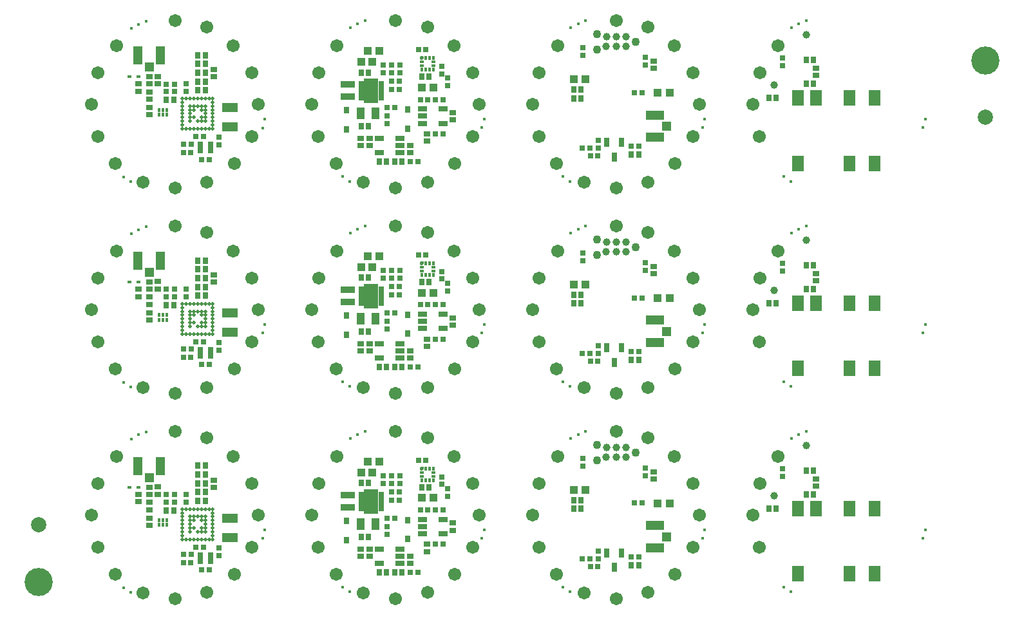
<source format=gbs>
G04*
G04 #@! TF.GenerationSoftware,Altium Limited,Altium Designer,19.0.15 (446)*
G04*
G04 Layer_Color=16711935*
%FSAX25Y25*%
%MOIN*%
G70*
G01*
G75*
%ADD28C,0.14567*%
%ADD70C,0.07874*%
%ADD71R,0.04737X0.04737*%
%ADD72R,0.09461X0.04934*%
%ADD73R,0.03320X0.03162*%
%ADD78R,0.03162X0.03320*%
%ADD80C,0.01784*%
%ADD81C,0.03950*%
%ADD82C,0.06706*%
%ADD83C,0.04343*%
%ADD84R,0.03162X0.02769*%
%ADD85R,0.03241X0.03044*%
%ADD86R,0.03044X0.03241*%
%ADD87R,0.05918X0.07887*%
%ADD88R,0.03950X0.03950*%
%ADD89R,0.02769X0.03162*%
%ADD90R,0.02690X0.04540*%
%ADD91C,0.03910*%
%ADD92R,0.02572X0.03556*%
%ADD93R,0.01883X0.01784*%
%ADD94R,0.01784X0.01883*%
%ADD95R,0.01194X0.01194*%
%ADD96R,0.04540X0.02690*%
%ADD97R,0.02769X0.01981*%
%ADD98R,0.07690X0.13005*%
%ADD99R,0.07493X0.03556*%
%ADD100R,0.04343X0.05918*%
%ADD101R,0.02217X0.01784*%
%ADD102R,0.04737X0.04737*%
%ADD103R,0.04934X0.09461*%
%ADD104R,0.01587X0.01981*%
%ADD105R,0.02572X0.01981*%
%ADD106C,0.01863*%
%ADD107R,0.08280X0.05131*%
G36*
X0968679Y0565429D02*
X0968704Y0565427D01*
X0968704Y0565427D01*
X0968704D01*
X0968730Y0565422D01*
X0968756Y0565417D01*
X0968756Y0565417D01*
X0968756Y0565417D01*
X0968774Y0565411D01*
X0968805Y0565400D01*
X0968805Y0565400D01*
X0968805Y0565400D01*
X0968827Y0565390D01*
X0968852Y0565377D01*
X0968852Y0565377D01*
X0968852Y0565377D01*
X0968870Y0565365D01*
X0968896Y0565348D01*
X0968896Y0565348D01*
X0968896Y0565348D01*
X0968908Y0565338D01*
X0968935Y0565313D01*
X0968935Y0565313D01*
X0968935Y0565313D01*
X0968960Y0565286D01*
X0968970Y0565274D01*
X0968970Y0565274D01*
X0968970Y0565274D01*
X0968987Y0565248D01*
X0968999Y0565231D01*
X0968999Y0565231D01*
X0968999Y0565230D01*
X0969012Y0565205D01*
X0969022Y0565183D01*
X0969022Y0565183D01*
X0969022Y0565183D01*
X0969033Y0565153D01*
X0969039Y0565134D01*
X0969039Y0565134D01*
X0969039Y0565134D01*
X0969044Y0565108D01*
X0969049Y0565082D01*
Y0565082D01*
X0969049Y0565082D01*
X0969051Y0565058D01*
X0969053Y0565030D01*
X0969053Y0564292D01*
Y0564292D01*
Y0564292D01*
X0969051Y0564265D01*
X0969050Y0564240D01*
X0969050Y0564240D01*
Y0564240D01*
X0969045Y0564214D01*
X0969039Y0564188D01*
X0969039Y0564188D01*
X0969039Y0564188D01*
X0969030Y0564160D01*
X0969022Y0564139D01*
X0969022Y0564139D01*
X0969022Y0564139D01*
X0969008Y0564109D01*
X0968999Y0564092D01*
X0968999Y0564092D01*
X0968999Y0564091D01*
X0968987Y0564074D01*
X0968970Y0564048D01*
X0968970Y0564048D01*
X0968970Y0564048D01*
X0968960Y0564036D01*
X0968936Y0564009D01*
X0968936Y0564009D01*
X0968936Y0564009D01*
X0968591Y0563664D01*
X0968591Y0563664D01*
X0968591Y0563664D01*
X0968552Y0563629D01*
X0968523Y0563610D01*
X0968508Y0563600D01*
X0968508Y0563600D01*
D01*
X0968507Y0563599D01*
X0968461Y0563577D01*
X0968458Y0563576D01*
X0968411Y0563560D01*
X0968380Y0563554D01*
X0968360Y0563550D01*
X0968307Y0563546D01*
X0968307D01*
X0968307D01*
X0967668Y0563547D01*
X0967615Y0563550D01*
X0967595Y0563554D01*
X0967564Y0563560D01*
X0967514Y0563577D01*
X0967467Y0563600D01*
D01*
X0967467Y0563600D01*
X0967453Y0563610D01*
X0967424Y0563629D01*
X0967384Y0563664D01*
X0967384Y0563664D01*
X0967384Y0563664D01*
X0967350Y0563703D01*
X0967330Y0563732D01*
X0967321Y0563747D01*
X0967321Y0563747D01*
D01*
X0967297Y0563794D01*
X0967281Y0563844D01*
X0967274Y0563875D01*
X0967270Y0563895D01*
X0967267Y0563947D01*
Y0565030D01*
X0967270Y0565082D01*
X0967281Y0565134D01*
X0967297Y0565183D01*
X0967321Y0565230D01*
X0967350Y0565274D01*
X0967384Y0565313D01*
X0967424Y0565348D01*
X0967467Y0565377D01*
X0967514Y0565400D01*
X0967564Y0565417D01*
X0967616Y0565427D01*
X0967668Y0565431D01*
X0968652D01*
X0968679Y0565429D01*
D02*
G37*
G36*
Y0459130D02*
X0968704Y0459128D01*
X0968704Y0459128D01*
X0968704D01*
X0968730Y0459123D01*
X0968756Y0459118D01*
X0968756Y0459118D01*
X0968756Y0459118D01*
X0968774Y0459112D01*
X0968805Y0459101D01*
X0968805Y0459101D01*
X0968805Y0459101D01*
X0968827Y0459091D01*
X0968852Y0459078D01*
X0968852Y0459078D01*
X0968852Y0459078D01*
X0968870Y0459066D01*
X0968896Y0459049D01*
X0968896Y0459049D01*
X0968896Y0459049D01*
X0968908Y0459038D01*
X0968935Y0459014D01*
X0968935Y0459014D01*
X0968935Y0459014D01*
X0968960Y0458987D01*
X0968970Y0458975D01*
X0968970Y0458975D01*
X0968970Y0458975D01*
X0968987Y0458949D01*
X0968999Y0458931D01*
X0968999Y0458931D01*
X0968999Y0458931D01*
X0969012Y0458906D01*
X0969022Y0458884D01*
X0969022Y0458884D01*
X0969022Y0458884D01*
X0969033Y0458853D01*
X0969039Y0458835D01*
X0969039Y0458835D01*
X0969039Y0458835D01*
X0969044Y0458809D01*
X0969049Y0458783D01*
Y0458783D01*
X0969049Y0458783D01*
X0969051Y0458758D01*
X0969053Y0458731D01*
X0969053Y0457993D01*
Y0457993D01*
Y0457993D01*
X0969051Y0457965D01*
X0969050Y0457940D01*
X0969050Y0457940D01*
Y0457940D01*
X0969045Y0457915D01*
X0969039Y0457889D01*
X0969039Y0457889D01*
X0969039Y0457889D01*
X0969030Y0457861D01*
X0969022Y0457839D01*
X0969022Y0457839D01*
X0969022Y0457839D01*
X0969008Y0457810D01*
X0968999Y0457792D01*
X0968999Y0457792D01*
X0968999Y0457792D01*
X0968987Y0457775D01*
X0968970Y0457749D01*
X0968970Y0457749D01*
X0968970Y0457749D01*
X0968960Y0457737D01*
X0968936Y0457709D01*
X0968936Y0457709D01*
X0968936Y0457709D01*
X0968591Y0457365D01*
X0968591Y0457365D01*
X0968591Y0457365D01*
X0968552Y0457330D01*
X0968523Y0457311D01*
X0968508Y0457301D01*
X0968508Y0457301D01*
D01*
X0968507Y0457300D01*
X0968461Y0457278D01*
X0968458Y0457277D01*
X0968411Y0457261D01*
X0968380Y0457255D01*
X0968360Y0457251D01*
X0968307Y0457247D01*
X0968307D01*
X0968307D01*
X0967668Y0457247D01*
X0967615Y0457251D01*
X0967595Y0457255D01*
X0967564Y0457261D01*
X0967514Y0457278D01*
X0967467Y0457301D01*
D01*
X0967467Y0457301D01*
X0967453Y0457311D01*
X0967424Y0457330D01*
X0967384Y0457365D01*
X0967384Y0457365D01*
X0967384Y0457365D01*
X0967350Y0457404D01*
X0967330Y0457433D01*
X0967321Y0457448D01*
X0967321Y0457448D01*
D01*
X0967297Y0457495D01*
X0967281Y0457544D01*
X0967274Y0457575D01*
X0967270Y0457596D01*
X0967267Y0457648D01*
Y0458731D01*
X0967270Y0458783D01*
X0967281Y0458835D01*
X0967297Y0458884D01*
X0967321Y0458931D01*
X0967350Y0458975D01*
X0967384Y0459014D01*
X0967424Y0459049D01*
X0967467Y0459078D01*
X0967514Y0459101D01*
X0967564Y0459118D01*
X0967616Y0459128D01*
X0967668Y0459132D01*
X0968652D01*
X0968679Y0459130D01*
D02*
G37*
G36*
Y0352831D02*
X0968704Y0352829D01*
X0968704Y0352829D01*
X0968704D01*
X0968730Y0352824D01*
X0968756Y0352819D01*
X0968756Y0352819D01*
X0968756Y0352819D01*
X0968774Y0352812D01*
X0968805Y0352802D01*
X0968805Y0352802D01*
X0968805Y0352802D01*
X0968827Y0352791D01*
X0968852Y0352779D01*
X0968852Y0352779D01*
X0968852Y0352779D01*
X0968870Y0352767D01*
X0968896Y0352750D01*
X0968896Y0352750D01*
X0968896Y0352750D01*
X0968908Y0352739D01*
X0968935Y0352715D01*
X0968935Y0352715D01*
X0968935Y0352715D01*
X0968960Y0352687D01*
X0968970Y0352676D01*
X0968970Y0352676D01*
X0968970Y0352676D01*
X0968987Y0352650D01*
X0968999Y0352632D01*
X0968999Y0352632D01*
X0968999Y0352632D01*
X0969012Y0352606D01*
X0969022Y0352585D01*
X0969022Y0352585D01*
X0969022Y0352585D01*
X0969033Y0352554D01*
X0969039Y0352535D01*
X0969039Y0352535D01*
X0969039Y0352535D01*
X0969044Y0352509D01*
X0969049Y0352484D01*
Y0352484D01*
X0969049Y0352484D01*
X0969051Y0352459D01*
X0969053Y0352432D01*
X0969053Y0351694D01*
Y0351694D01*
Y0351694D01*
X0969051Y0351666D01*
X0969050Y0351641D01*
X0969050Y0351641D01*
Y0351641D01*
X0969045Y0351616D01*
X0969039Y0351590D01*
X0969039Y0351590D01*
X0969039Y0351590D01*
X0969030Y0351562D01*
X0969022Y0351540D01*
X0969022Y0351540D01*
X0969022Y0351540D01*
X0969008Y0351510D01*
X0968999Y0351493D01*
X0968999Y0351493D01*
X0968999Y0351493D01*
X0968987Y0351476D01*
X0968970Y0351449D01*
X0968970Y0351449D01*
X0968970Y0351449D01*
X0968960Y0351438D01*
X0968936Y0351410D01*
X0968936Y0351410D01*
X0968936Y0351410D01*
X0968591Y0351065D01*
X0968591Y0351065D01*
X0968591Y0351065D01*
X0968552Y0351031D01*
X0968523Y0351011D01*
X0968508Y0351002D01*
X0968508Y0351002D01*
D01*
X0968507Y0351001D01*
X0968461Y0350978D01*
X0968458Y0350978D01*
X0968411Y0350962D01*
X0968380Y0350956D01*
X0968360Y0350951D01*
X0968307Y0350948D01*
X0968307D01*
X0968307D01*
X0967668Y0350948D01*
X0967615Y0350952D01*
X0967595Y0350956D01*
X0967564Y0350962D01*
X0967514Y0350978D01*
X0967467Y0351002D01*
D01*
X0967467Y0351002D01*
X0967453Y0351011D01*
X0967424Y0351031D01*
X0967384Y0351065D01*
X0967384Y0351065D01*
X0967384Y0351065D01*
X0967350Y0351105D01*
X0967330Y0351134D01*
X0967321Y0351149D01*
X0967321Y0351149D01*
D01*
X0967297Y0351196D01*
X0967281Y0351245D01*
X0967274Y0351276D01*
X0967270Y0351297D01*
X0967267Y0351349D01*
Y0352432D01*
X0967270Y0352484D01*
X0967281Y0352535D01*
X0967297Y0352585D01*
X0967321Y0352632D01*
X0967350Y0352676D01*
X0967384Y0352715D01*
X0967424Y0352750D01*
X0967467Y0352779D01*
X0967514Y0352802D01*
X0967564Y0352819D01*
X0967616Y0352829D01*
X0967668Y0352832D01*
X0968652D01*
X0968679Y0352831D01*
D02*
G37*
D28*
X0769685Y0293307D02*
D03*
X1259842Y0563189D02*
D03*
D70*
X0769685Y0322835D02*
D03*
X1259842Y0533661D02*
D03*
D71*
X1094806Y0316565D02*
D03*
Y0422865D02*
D03*
Y0529164D02*
D03*
D72*
X1088900Y0322373D02*
D03*
Y0310758D02*
D03*
Y0428672D02*
D03*
Y0417058D02*
D03*
Y0534971D02*
D03*
Y0523357D02*
D03*
D73*
X1088239Y0350227D02*
D03*
Y0346447D02*
D03*
Y0456526D02*
D03*
Y0452746D02*
D03*
Y0562825D02*
D03*
Y0559046D02*
D03*
X0941191Y0310227D02*
D03*
Y0306447D02*
D03*
X0936585Y0310188D02*
D03*
Y0306408D02*
D03*
X0962136Y0302747D02*
D03*
Y0306526D02*
D03*
X0970798Y0312668D02*
D03*
Y0308888D02*
D03*
X0984223Y0319872D02*
D03*
Y0323652D02*
D03*
X0941191Y0416526D02*
D03*
Y0412746D02*
D03*
X0936585Y0416487D02*
D03*
Y0412707D02*
D03*
X0962136Y0409046D02*
D03*
Y0412825D02*
D03*
X0970798Y0418967D02*
D03*
Y0415188D02*
D03*
X0984223Y0426172D02*
D03*
Y0429951D02*
D03*
X0941191Y0522825D02*
D03*
Y0519046D02*
D03*
X0936585Y0522786D02*
D03*
Y0519006D02*
D03*
X0962136Y0515345D02*
D03*
Y0519125D02*
D03*
X0970798Y0525266D02*
D03*
Y0521487D02*
D03*
X0984223Y0532471D02*
D03*
Y0536250D02*
D03*
X0860404Y0342077D02*
D03*
Y0345857D02*
D03*
X0826979Y0334345D02*
D03*
Y0330565D02*
D03*
X0831428Y0338573D02*
D03*
Y0342353D02*
D03*
X0821432Y0338428D02*
D03*
Y0334648D02*
D03*
X0860404Y0448377D02*
D03*
Y0452156D02*
D03*
X0826979Y0440644D02*
D03*
Y0436865D02*
D03*
X0831428Y0444873D02*
D03*
Y0448652D02*
D03*
X0821432Y0444727D02*
D03*
Y0440947D02*
D03*
X0860404Y0554676D02*
D03*
Y0558455D02*
D03*
X0826979Y0546943D02*
D03*
Y0543164D02*
D03*
X0831428Y0551172D02*
D03*
Y0554951D02*
D03*
X0821432Y0551026D02*
D03*
Y0547247D02*
D03*
D78*
X1170758Y0338416D02*
D03*
X1166979D02*
D03*
X1170758Y0350896D02*
D03*
X1166979D02*
D03*
X1170758Y0444715D02*
D03*
X1166979D02*
D03*
X1170758Y0457195D02*
D03*
X1166979D02*
D03*
X1170758Y0551014D02*
D03*
X1166979D02*
D03*
X1170758Y0563495D02*
D03*
X1166979D02*
D03*
X1050601Y0331014D02*
D03*
X1046821D02*
D03*
X1050601Y0335542D02*
D03*
X1046821D02*
D03*
X1076546Y0301841D02*
D03*
X1080325D02*
D03*
X1050601Y0437314D02*
D03*
X1046821D02*
D03*
X1050601Y0441841D02*
D03*
X1046821D02*
D03*
X1076546Y0408140D02*
D03*
X1080325D02*
D03*
X1050601Y0543613D02*
D03*
X1046821D02*
D03*
X1050601Y0548140D02*
D03*
X1046821D02*
D03*
X1076546Y0514439D02*
D03*
X1080325D02*
D03*
X0957924Y0298061D02*
D03*
X0954144D02*
D03*
X0945994D02*
D03*
X0949774D02*
D03*
X0968160Y0342117D02*
D03*
X0971939D02*
D03*
X0936625Y0316408D02*
D03*
X0940404D02*
D03*
X0936664Y0344361D02*
D03*
X0940443D02*
D03*
X0957924Y0404361D02*
D03*
X0954144D02*
D03*
X0945994D02*
D03*
X0949774D02*
D03*
X0968160Y0448416D02*
D03*
X0971939D02*
D03*
X0936625Y0422707D02*
D03*
X0940404D02*
D03*
X0936664Y0450660D02*
D03*
X0940443D02*
D03*
X0957924Y0510660D02*
D03*
X0954144D02*
D03*
X0945994D02*
D03*
X0949774D02*
D03*
X0968160Y0554715D02*
D03*
X0971939D02*
D03*
X0936625Y0529006D02*
D03*
X0940404D02*
D03*
X0936664Y0556959D02*
D03*
X0940443D02*
D03*
X0855955Y0353337D02*
D03*
X0852176D02*
D03*
X0855992Y0335109D02*
D03*
X0852213D02*
D03*
X0855992Y0344243D02*
D03*
X0852213D02*
D03*
X0855992Y0339676D02*
D03*
X0852213D02*
D03*
X0855992Y0348770D02*
D03*
X0852213D02*
D03*
X0835837Y0330148D02*
D03*
X0839617D02*
D03*
X0855955Y0459636D02*
D03*
X0852176D02*
D03*
X0855992Y0441408D02*
D03*
X0852213D02*
D03*
X0855992Y0450542D02*
D03*
X0852213D02*
D03*
X0855992Y0445975D02*
D03*
X0852213D02*
D03*
X0855992Y0455069D02*
D03*
X0852213D02*
D03*
X0835837Y0436447D02*
D03*
X0839617D02*
D03*
X0855955Y0565936D02*
D03*
X0852176D02*
D03*
X0855992Y0547707D02*
D03*
X0852213D02*
D03*
X0855992Y0556841D02*
D03*
X0852213D02*
D03*
X0855992Y0552274D02*
D03*
X0852213D02*
D03*
X0855992Y0561369D02*
D03*
X0852213D02*
D03*
X0835837Y0542746D02*
D03*
X0839617D02*
D03*
D80*
X1228632Y0320306D02*
D03*
X1227569Y0315935D02*
D03*
X1167046Y0371199D02*
D03*
X1163219Y0369546D02*
D03*
X1159369Y0367538D02*
D03*
X1159053Y0288022D02*
D03*
X1155404Y0290384D02*
D03*
X1228632Y0426605D02*
D03*
X1227569Y0422235D02*
D03*
X1167046Y0477498D02*
D03*
X1163219Y0475845D02*
D03*
X1159369Y0473837D02*
D03*
X1159053Y0394321D02*
D03*
X1155404Y0396684D02*
D03*
X1228632Y0532904D02*
D03*
X1227569Y0528534D02*
D03*
X1167046Y0583798D02*
D03*
X1163219Y0582144D02*
D03*
X1159369Y0580136D02*
D03*
X1159053Y0500620D02*
D03*
X1155404Y0502983D02*
D03*
X1114459Y0320306D02*
D03*
X1113396Y0315935D02*
D03*
X1052872Y0371199D02*
D03*
X1049046Y0369546D02*
D03*
X1045195Y0367538D02*
D03*
X1044880Y0288022D02*
D03*
X1041231Y0290384D02*
D03*
X1114459Y0426605D02*
D03*
X1113396Y0422235D02*
D03*
X1052872Y0477498D02*
D03*
X1049046Y0475845D02*
D03*
X1045195Y0473837D02*
D03*
X1044880Y0394321D02*
D03*
X1041231Y0396684D02*
D03*
X1114459Y0532904D02*
D03*
X1113396Y0528534D02*
D03*
X1052872Y0583798D02*
D03*
X1049046Y0582144D02*
D03*
X1045195Y0580136D02*
D03*
X1044880Y0500620D02*
D03*
X1041231Y0502983D02*
D03*
X1000286Y0320306D02*
D03*
X0999223Y0315935D02*
D03*
X0938699Y0371199D02*
D03*
X0934873Y0369546D02*
D03*
X0931022Y0367538D02*
D03*
X0930707Y0288022D02*
D03*
X0927057Y0290384D02*
D03*
X1000286Y0426605D02*
D03*
X0999223Y0422235D02*
D03*
X0938699Y0477498D02*
D03*
X0934873Y0475845D02*
D03*
X0931022Y0473837D02*
D03*
X0930707Y0394321D02*
D03*
X0927057Y0396684D02*
D03*
X1000286Y0532904D02*
D03*
X0999223Y0528534D02*
D03*
X0938699Y0583798D02*
D03*
X0934873Y0582144D02*
D03*
X0931022Y0580136D02*
D03*
X0930707Y0500620D02*
D03*
X0927057Y0502983D02*
D03*
X0886900Y0320069D02*
D03*
X0885837Y0315699D02*
D03*
X0825313Y0370963D02*
D03*
X0821487Y0369309D02*
D03*
X0817636Y0367302D02*
D03*
X0817321Y0287786D02*
D03*
X0813672Y0290148D02*
D03*
X0886900Y0426369D02*
D03*
X0885837Y0421999D02*
D03*
X0825313Y0477262D02*
D03*
X0821487Y0475609D02*
D03*
X0817636Y0473601D02*
D03*
X0817321Y0394085D02*
D03*
X0813672Y0396447D02*
D03*
X0886900Y0532668D02*
D03*
X0885837Y0528298D02*
D03*
X0825313Y0583562D02*
D03*
X0821487Y0581908D02*
D03*
X0817636Y0579900D02*
D03*
X0817321Y0500384D02*
D03*
X0813672Y0502746D02*
D03*
D81*
X1167136Y0363731D02*
D03*
X1150523Y0337904D02*
D03*
X1167136Y0470030D02*
D03*
X1150523Y0444203D02*
D03*
X1167136Y0576329D02*
D03*
X1150523Y0550502D02*
D03*
D82*
X1152491Y0358101D02*
D03*
X1143002Y0344226D02*
D03*
X1139499Y0327786D02*
D03*
X1142871Y0311172D02*
D03*
X1152491Y0464400D02*
D03*
X1143002Y0450525D02*
D03*
X1139499Y0434085D02*
D03*
X1142871Y0417471D02*
D03*
X1152491Y0570699D02*
D03*
X1143002Y0556824D02*
D03*
X1139499Y0540384D02*
D03*
X1142871Y0523770D02*
D03*
X1108484Y0311202D02*
D03*
X1038317Y0358101D02*
D03*
X1028829Y0344226D02*
D03*
X1025325Y0327786D02*
D03*
X1028698Y0311172D02*
D03*
X1037924Y0297077D02*
D03*
X1052012Y0287640D02*
D03*
X1068632Y0284479D02*
D03*
X1085211Y0287658D02*
D03*
X1099236Y0297155D02*
D03*
X1111912Y0327786D02*
D03*
X1108472Y0344137D02*
D03*
X1098947Y0358101D02*
D03*
X1085166Y0367714D02*
D03*
X1068632Y0371093D02*
D03*
X1108484Y0417501D02*
D03*
X1038317Y0464400D02*
D03*
X1028829Y0450525D02*
D03*
X1025325Y0434085D02*
D03*
X1028698Y0417471D02*
D03*
X1037924Y0403376D02*
D03*
X1052012Y0393939D02*
D03*
X1068632Y0390778D02*
D03*
X1085211Y0393957D02*
D03*
X1099236Y0403454D02*
D03*
X1111912Y0434085D02*
D03*
X1108472Y0450436D02*
D03*
X1098947Y0464400D02*
D03*
X1085166Y0474013D02*
D03*
X1068632Y0477392D02*
D03*
X1108484Y0523800D02*
D03*
X1038317Y0570699D02*
D03*
X1028829Y0556824D02*
D03*
X1025325Y0540384D02*
D03*
X1028698Y0523770D02*
D03*
X1037924Y0509676D02*
D03*
X1052012Y0500239D02*
D03*
X1068632Y0497077D02*
D03*
X1085211Y0500256D02*
D03*
X1099236Y0509753D02*
D03*
X1111912Y0540384D02*
D03*
X1108472Y0556735D02*
D03*
X1098947Y0570699D02*
D03*
X1085166Y0580312D02*
D03*
X1068632Y0583691D02*
D03*
X0994299Y0344137D02*
D03*
X0984774Y0358101D02*
D03*
X0954459Y0371093D02*
D03*
X0970992Y0367714D02*
D03*
D03*
X0997739Y0327719D02*
D03*
X0984774Y0358101D02*
D03*
X0954459Y0371093D02*
D03*
D03*
D03*
X0924144Y0358101D02*
D03*
X0914656Y0344226D02*
D03*
X0911152Y0327719D02*
D03*
X0914524Y0311172D02*
D03*
X0923750Y0297077D02*
D03*
X0937838Y0287640D02*
D03*
X0954432Y0284479D02*
D03*
X0971037Y0287658D02*
D03*
X0985168Y0297077D02*
D03*
X0994311Y0311202D02*
D03*
X0994299Y0450436D02*
D03*
X0984774Y0464400D02*
D03*
X0954459Y0477392D02*
D03*
X0970992Y0474013D02*
D03*
D03*
X0997739Y0434018D02*
D03*
X0984774Y0464400D02*
D03*
X0954459Y0477392D02*
D03*
D03*
D03*
X0924144Y0464400D02*
D03*
X0914656Y0450525D02*
D03*
X0911152Y0434018D02*
D03*
X0914524Y0417471D02*
D03*
X0923750Y0403376D02*
D03*
X0937838Y0393939D02*
D03*
X0954432Y0390778D02*
D03*
X0971037Y0393957D02*
D03*
X0985168Y0403376D02*
D03*
X0994311Y0417501D02*
D03*
X0994299Y0556735D02*
D03*
X0984774Y0570699D02*
D03*
X0954459Y0583691D02*
D03*
X0970992Y0580312D02*
D03*
D03*
X0997739Y0540317D02*
D03*
X0984774Y0570699D02*
D03*
X0954459Y0583691D02*
D03*
D03*
D03*
X0924144Y0570699D02*
D03*
X0914656Y0556824D02*
D03*
X0911152Y0540317D02*
D03*
X0914524Y0523770D02*
D03*
X0923750Y0509676D02*
D03*
X0937838Y0500239D02*
D03*
X0954432Y0497077D02*
D03*
X0971037Y0500256D02*
D03*
X0985168Y0509676D02*
D03*
X0994311Y0523800D02*
D03*
X0800482Y0344226D02*
D03*
X0800351Y0311172D02*
D03*
X0809577Y0297077D02*
D03*
X0870601Y0358101D02*
D03*
X0880126Y0344137D02*
D03*
X0809971Y0358101D02*
D03*
X0796979Y0327719D02*
D03*
X0823665Y0287640D02*
D03*
X0840286Y0284479D02*
D03*
X0880138Y0311202D02*
D03*
X0883565Y0327719D02*
D03*
X0856864Y0287658D02*
D03*
X0870994Y0297077D02*
D03*
X0856819Y0367714D02*
D03*
X0840286Y0371093D02*
D03*
X0800482Y0450525D02*
D03*
X0800351Y0417471D02*
D03*
X0809577Y0403376D02*
D03*
X0870601Y0464400D02*
D03*
X0880126Y0450436D02*
D03*
X0809971Y0464400D02*
D03*
X0796979Y0434018D02*
D03*
X0823665Y0393939D02*
D03*
X0840286Y0390778D02*
D03*
X0880138Y0417501D02*
D03*
X0883565Y0434018D02*
D03*
X0856864Y0393957D02*
D03*
X0870994Y0403376D02*
D03*
X0856819Y0474013D02*
D03*
X0840286Y0477392D02*
D03*
X0800482Y0556824D02*
D03*
X0800351Y0523770D02*
D03*
X0809577Y0509676D02*
D03*
X0870601Y0570699D02*
D03*
X0880126Y0556735D02*
D03*
X0809971Y0570699D02*
D03*
X0796979Y0540317D02*
D03*
X0823665Y0500239D02*
D03*
X0840286Y0497077D02*
D03*
X0880138Y0523800D02*
D03*
X0883565Y0540317D02*
D03*
X0856864Y0500256D02*
D03*
X0870994Y0509676D02*
D03*
X0856819Y0580312D02*
D03*
X0840286Y0583691D02*
D03*
D83*
X1058632Y0356246D02*
D03*
Y0364247D02*
D03*
X1078632Y0360246D02*
D03*
X1058632Y0462546D02*
D03*
Y0470546D02*
D03*
X1078632Y0466546D02*
D03*
X1058632Y0568845D02*
D03*
Y0576845D02*
D03*
X1078632Y0572845D02*
D03*
D84*
X1154735Y0347904D02*
D03*
Y0351841D02*
D03*
Y0454203D02*
D03*
Y0458140D02*
D03*
Y0560502D02*
D03*
Y0564439D02*
D03*
X1051585Y0357077D02*
D03*
Y0353140D02*
D03*
X1083790Y0352195D02*
D03*
Y0348258D02*
D03*
X1059302Y0309164D02*
D03*
Y0305227D02*
D03*
X1051585Y0463377D02*
D03*
Y0459439D02*
D03*
X1083790Y0458495D02*
D03*
Y0454558D02*
D03*
X1059302Y0415463D02*
D03*
Y0411526D02*
D03*
X1051585Y0569676D02*
D03*
Y0565739D02*
D03*
X1083790Y0564794D02*
D03*
Y0560857D02*
D03*
X1059302Y0521762D02*
D03*
Y0517825D02*
D03*
X0956939Y0348101D02*
D03*
Y0344164D02*
D03*
X0952609Y0348061D02*
D03*
Y0344125D02*
D03*
X0948278Y0348061D02*
D03*
Y0344125D02*
D03*
X0981506Y0337471D02*
D03*
Y0341408D02*
D03*
X0978317Y0347628D02*
D03*
Y0343691D02*
D03*
X0950113Y0317955D02*
D03*
Y0321892D02*
D03*
X0956939Y0454400D02*
D03*
Y0450463D02*
D03*
X0952609Y0454361D02*
D03*
Y0450424D02*
D03*
X0948278Y0454361D02*
D03*
Y0450424D02*
D03*
X0981506Y0443770D02*
D03*
Y0447707D02*
D03*
X0978317Y0453928D02*
D03*
Y0449991D02*
D03*
X0950113Y0424254D02*
D03*
Y0428191D02*
D03*
X0956939Y0560699D02*
D03*
Y0556762D02*
D03*
X0952609Y0560660D02*
D03*
Y0556723D02*
D03*
X0948278Y0560660D02*
D03*
Y0556723D02*
D03*
X0981506Y0550069D02*
D03*
Y0554006D02*
D03*
X0978317Y0560227D02*
D03*
Y0556290D02*
D03*
X0950113Y0530554D02*
D03*
Y0534491D02*
D03*
X0840207Y0334439D02*
D03*
Y0338376D02*
D03*
X0835837Y0334439D02*
D03*
Y0338376D02*
D03*
X0846270Y0334518D02*
D03*
Y0338455D02*
D03*
X0863002Y0306920D02*
D03*
Y0310857D02*
D03*
X0840207Y0440739D02*
D03*
Y0444676D02*
D03*
X0835837Y0440739D02*
D03*
Y0444676D02*
D03*
X0846270Y0440817D02*
D03*
Y0444754D02*
D03*
X0863002Y0413219D02*
D03*
Y0417156D02*
D03*
X0840207Y0547038D02*
D03*
Y0550975D02*
D03*
X0835837Y0547038D02*
D03*
Y0550975D02*
D03*
X0846270Y0547117D02*
D03*
Y0551054D02*
D03*
X0863002Y0519518D02*
D03*
Y0523455D02*
D03*
D85*
X1172254Y0346526D02*
D03*
Y0342825D02*
D03*
Y0452825D02*
D03*
Y0449124D02*
D03*
Y0559125D02*
D03*
Y0555424D02*
D03*
X0826979Y0338573D02*
D03*
Y0342274D02*
D03*
Y0322540D02*
D03*
Y0326241D02*
D03*
Y0444873D02*
D03*
Y0448573D02*
D03*
Y0428839D02*
D03*
Y0432540D02*
D03*
Y0551172D02*
D03*
Y0554873D02*
D03*
Y0535139D02*
D03*
Y0538839D02*
D03*
D86*
X1147845Y0331211D02*
D03*
X1151546D02*
D03*
X1147845Y0437510D02*
D03*
X1151546D02*
D03*
X1147845Y0543810D02*
D03*
X1151546D02*
D03*
D87*
X1162806Y0331211D02*
D03*
X1172254D02*
D03*
X1189577D02*
D03*
X1202569D02*
D03*
X1162806Y0297353D02*
D03*
X1202569D02*
D03*
X1189577D02*
D03*
X1162806Y0437510D02*
D03*
X1172254D02*
D03*
X1189577D02*
D03*
X1202569D02*
D03*
X1162806Y0403652D02*
D03*
X1202569D02*
D03*
X1189577D02*
D03*
X1162806Y0543810D02*
D03*
X1172254D02*
D03*
X1189577D02*
D03*
X1202569D02*
D03*
X1162806Y0509951D02*
D03*
X1202569D02*
D03*
X1189577D02*
D03*
D88*
X1090107Y0333731D02*
D03*
X1096406D02*
D03*
X1046821Y0340975D02*
D03*
X1052727D02*
D03*
X1090107Y0440030D02*
D03*
X1096406D02*
D03*
X1046821Y0447274D02*
D03*
X1052727D02*
D03*
X1090107Y0546329D02*
D03*
X1096406D02*
D03*
X1046821Y0553573D02*
D03*
X1052727D02*
D03*
X0968199Y0336644D02*
D03*
X0974105D02*
D03*
X0940117Y0355632D02*
D03*
X0946022D02*
D03*
X0936664Y0349794D02*
D03*
X0942569D02*
D03*
X0968199Y0442943D02*
D03*
X0974105D02*
D03*
X0940117Y0461932D02*
D03*
X0946022D02*
D03*
X0936664Y0456093D02*
D03*
X0942569D02*
D03*
X0968199Y0549243D02*
D03*
X0974105D02*
D03*
X0940117Y0568231D02*
D03*
X0946022D02*
D03*
X0936664Y0562392D02*
D03*
X0942569D02*
D03*
D89*
X1078160Y0334006D02*
D03*
X1082097D02*
D03*
X1076388Y0306290D02*
D03*
X1080325D02*
D03*
X1051113Y0305266D02*
D03*
X1055050D02*
D03*
X1059223Y0301132D02*
D03*
X1055286D02*
D03*
X1078160Y0440306D02*
D03*
X1082097D02*
D03*
X1076388Y0412589D02*
D03*
X1080325D02*
D03*
X1051113Y0411565D02*
D03*
X1055050D02*
D03*
X1059223Y0407432D02*
D03*
X1055286D02*
D03*
X1078160Y0546605D02*
D03*
X1082097D02*
D03*
X1076388Y0518888D02*
D03*
X1080325D02*
D03*
X1051113Y0517865D02*
D03*
X1055050D02*
D03*
X1059223Y0513731D02*
D03*
X1055286D02*
D03*
X0962097Y0298140D02*
D03*
X0966034D02*
D03*
X0952609Y0335620D02*
D03*
X0956546D02*
D03*
X0952609Y0339951D02*
D03*
X0956546D02*
D03*
X0966286Y0356290D02*
D03*
X0970223D02*
D03*
X0950097Y0326050D02*
D03*
X0954034D02*
D03*
X0975207Y0312668D02*
D03*
X0979144D02*
D03*
X0979144Y0330345D02*
D03*
X0975207D02*
D03*
X0967294D02*
D03*
X0971231D02*
D03*
X0962097Y0404439D02*
D03*
X0966034D02*
D03*
X0952609Y0441920D02*
D03*
X0956546D02*
D03*
X0952609Y0446250D02*
D03*
X0956546D02*
D03*
X0966286Y0462589D02*
D03*
X0970223D02*
D03*
X0950097Y0432349D02*
D03*
X0954034D02*
D03*
X0975207Y0418967D02*
D03*
X0979144D02*
D03*
X0979144Y0436644D02*
D03*
X0975207D02*
D03*
X0967294D02*
D03*
X0971231D02*
D03*
X0962097Y0510739D02*
D03*
X0966034D02*
D03*
X0952609Y0548219D02*
D03*
X0956546D02*
D03*
X0952609Y0552550D02*
D03*
X0956546D02*
D03*
X0966286Y0568888D02*
D03*
X0970223D02*
D03*
X0950097Y0538648D02*
D03*
X0954034D02*
D03*
X0975207Y0525266D02*
D03*
X0979144D02*
D03*
X0979144Y0542943D02*
D03*
X0975207D02*
D03*
X0967294D02*
D03*
X0971231D02*
D03*
X0848632Y0307353D02*
D03*
X0844695D02*
D03*
X0848593Y0303022D02*
D03*
X0844656D02*
D03*
X0858081Y0299361D02*
D03*
X0854144D02*
D03*
X0851034Y0311211D02*
D03*
X0854971D02*
D03*
X0848632Y0413652D02*
D03*
X0844695D02*
D03*
X0848593Y0409321D02*
D03*
X0844656D02*
D03*
X0858081Y0405660D02*
D03*
X0854144D02*
D03*
X0851034Y0417510D02*
D03*
X0854971D02*
D03*
X0848632Y0519951D02*
D03*
X0844695D02*
D03*
X0848593Y0515621D02*
D03*
X0844656D02*
D03*
X0858081Y0511959D02*
D03*
X0854144D02*
D03*
X0851034Y0523809D02*
D03*
X0854971D02*
D03*
D90*
X1063947Y0308298D02*
D03*
X1071585D02*
D03*
X1067766Y0300660D02*
D03*
X1063947Y0414597D02*
D03*
X1071585D02*
D03*
X1067766Y0406959D02*
D03*
X1063947Y0520896D02*
D03*
X1071585D02*
D03*
X1067766Y0513258D02*
D03*
D91*
X1063632Y0362747D02*
D03*
X1063317Y0357747D02*
D03*
X1068632Y0362747D02*
D03*
Y0357747D02*
D03*
X1073632Y0362747D02*
D03*
Y0357747D02*
D03*
X1063632Y0469046D02*
D03*
X1063317Y0464046D02*
D03*
X1068632Y0469046D02*
D03*
Y0464046D02*
D03*
X1073632Y0469046D02*
D03*
Y0464046D02*
D03*
X1063632Y0575345D02*
D03*
X1063317Y0570345D02*
D03*
X1068632Y0575345D02*
D03*
Y0570345D02*
D03*
X1073632Y0575345D02*
D03*
Y0570345D02*
D03*
D92*
X0929105Y0314896D02*
D03*
Y0324739D02*
D03*
X0960680Y0325187D02*
D03*
Y0315345D02*
D03*
X0929105Y0421195D02*
D03*
Y0431038D02*
D03*
X0960680Y0431487D02*
D03*
Y0421644D02*
D03*
X0929105Y0527495D02*
D03*
Y0537337D02*
D03*
X0960680Y0537786D02*
D03*
Y0527943D02*
D03*
D93*
X0968160Y0349912D02*
D03*
Y0347943D02*
D03*
X0974065D02*
D03*
X0974065Y0349912D02*
D03*
X0968160Y0456211D02*
D03*
Y0454243D02*
D03*
X0974065D02*
D03*
X0974065Y0456211D02*
D03*
X0968160Y0562510D02*
D03*
Y0560542D02*
D03*
X0974065D02*
D03*
X0974065Y0562510D02*
D03*
D94*
X0968160Y0345975D02*
D03*
X0970128D02*
D03*
X0972097D02*
D03*
X0974065D02*
D03*
Y0351880D02*
D03*
X0972097D02*
D03*
X0970128D02*
D03*
X0968160Y0452274D02*
D03*
X0970128D02*
D03*
X0972097D02*
D03*
X0974065D02*
D03*
Y0458180D02*
D03*
X0972097D02*
D03*
X0970128D02*
D03*
X0968160Y0558573D02*
D03*
X0970128D02*
D03*
X0972097D02*
D03*
X0974065D02*
D03*
Y0564479D02*
D03*
X0972097D02*
D03*
X0970128D02*
D03*
D95*
X0968160Y0351880D02*
D03*
Y0458180D02*
D03*
Y0564479D02*
D03*
D96*
X0956625Y0310227D02*
D03*
Y0302747D02*
D03*
X0945994D02*
D03*
Y0310227D02*
D03*
X0956625Y0306487D02*
D03*
X0968514Y0318022D02*
D03*
Y0325502D02*
D03*
X0979144D02*
D03*
Y0318022D02*
D03*
X0968514Y0321762D02*
D03*
X0956625Y0416526D02*
D03*
Y0409046D02*
D03*
X0945994D02*
D03*
Y0416526D02*
D03*
X0956625Y0412786D02*
D03*
X0968514Y0424321D02*
D03*
Y0431802D02*
D03*
X0979144D02*
D03*
Y0424321D02*
D03*
X0968514Y0428061D02*
D03*
X0956625Y0522825D02*
D03*
Y0515345D02*
D03*
X0945994D02*
D03*
Y0522825D02*
D03*
X0956625Y0519085D02*
D03*
X0968514Y0530621D02*
D03*
Y0538101D02*
D03*
X0979144D02*
D03*
Y0530621D02*
D03*
X0968514Y0534361D02*
D03*
D97*
X0936644Y0330967D02*
D03*
Y0332936D02*
D03*
Y0334904D02*
D03*
Y0336873D02*
D03*
Y0338841D02*
D03*
X0947077D02*
D03*
Y0336873D02*
D03*
Y0334904D02*
D03*
Y0332936D02*
D03*
Y0330967D02*
D03*
X0936644Y0437266D02*
D03*
Y0439235D02*
D03*
Y0441203D02*
D03*
Y0443172D02*
D03*
Y0445140D02*
D03*
X0947077D02*
D03*
Y0443172D02*
D03*
Y0441203D02*
D03*
Y0439235D02*
D03*
Y0437266D02*
D03*
X0936644Y0543565D02*
D03*
Y0545534D02*
D03*
Y0547502D02*
D03*
Y0549471D02*
D03*
Y0551440D02*
D03*
X0947077D02*
D03*
Y0549471D02*
D03*
Y0547502D02*
D03*
Y0545534D02*
D03*
Y0543565D02*
D03*
D98*
X0941861Y0334904D02*
D03*
Y0441203D02*
D03*
Y0547502D02*
D03*
D99*
X0929813Y0338061D02*
D03*
Y0331762D02*
D03*
Y0444361D02*
D03*
Y0438062D02*
D03*
Y0550660D02*
D03*
Y0544361D02*
D03*
D100*
X0944065Y0323101D02*
D03*
X0936585D02*
D03*
X0944065Y0429400D02*
D03*
X0936585D02*
D03*
X0944065Y0535699D02*
D03*
X0936585D02*
D03*
D101*
X0816703Y0342235D02*
D03*
X0821428D02*
D03*
X0816703Y0448534D02*
D03*
X0821428D02*
D03*
X0816703Y0554833D02*
D03*
X0821428D02*
D03*
D102*
X0826979Y0347243D02*
D03*
Y0453542D02*
D03*
Y0559841D02*
D03*
D103*
X0821172Y0353148D02*
D03*
X0832786D02*
D03*
X0821172Y0459447D02*
D03*
X0832786D02*
D03*
X0821172Y0565747D02*
D03*
X0832786D02*
D03*
D104*
X0836152Y0325030D02*
D03*
X0834184D02*
D03*
X0832215D02*
D03*
Y0322668D02*
D03*
X0834184D02*
D03*
X0836152D02*
D03*
Y0431329D02*
D03*
X0834184D02*
D03*
X0832215D02*
D03*
Y0428967D02*
D03*
X0834184D02*
D03*
X0836152D02*
D03*
Y0537628D02*
D03*
X0834184D02*
D03*
X0832215D02*
D03*
Y0535266D02*
D03*
X0834184D02*
D03*
X0836152D02*
D03*
D105*
X0858849Y0303455D02*
D03*
Y0305424D02*
D03*
Y0307392D02*
D03*
X0853534Y0303455D02*
D03*
Y0305424D02*
D03*
Y0307392D02*
D03*
X0858849Y0409754D02*
D03*
Y0411723D02*
D03*
Y0413691D02*
D03*
X0853534Y0409754D02*
D03*
Y0411723D02*
D03*
Y0413691D02*
D03*
X0858849Y0516054D02*
D03*
Y0518022D02*
D03*
Y0519991D02*
D03*
X0853534Y0516054D02*
D03*
Y0518022D02*
D03*
Y0519991D02*
D03*
D106*
X0859931Y0330936D02*
D03*
X0857963D02*
D03*
X0855995D02*
D03*
X0854026D02*
D03*
X0852057D02*
D03*
X0850089D02*
D03*
X0848120D02*
D03*
X0846152D02*
D03*
X0844184D02*
D03*
X0859931Y0315188D02*
D03*
Y0317156D02*
D03*
Y0319125D02*
D03*
Y0321093D02*
D03*
Y0323061D02*
D03*
Y0325030D02*
D03*
Y0326998D02*
D03*
Y0328967D02*
D03*
X0857963Y0315188D02*
D03*
X0855995D02*
D03*
Y0319125D02*
D03*
Y0321093D02*
D03*
Y0323061D02*
D03*
Y0325030D02*
D03*
Y0326998D02*
D03*
X0854026Y0315188D02*
D03*
Y0319125D02*
D03*
Y0321093D02*
D03*
Y0325030D02*
D03*
Y0326998D02*
D03*
X0852057Y0315188D02*
D03*
Y0319125D02*
D03*
Y0326998D02*
D03*
X0850089Y0315188D02*
D03*
Y0321093D02*
D03*
Y0325030D02*
D03*
Y0326998D02*
D03*
X0848120Y0315188D02*
D03*
Y0319125D02*
D03*
Y0321093D02*
D03*
Y0323061D02*
D03*
Y0325030D02*
D03*
Y0326998D02*
D03*
X0846152Y0315188D02*
D03*
X0844184D02*
D03*
Y0317156D02*
D03*
Y0319125D02*
D03*
Y0321093D02*
D03*
Y0323061D02*
D03*
Y0325030D02*
D03*
Y0326998D02*
D03*
Y0328967D02*
D03*
X0859931Y0437235D02*
D03*
X0857963D02*
D03*
X0855995D02*
D03*
X0854026D02*
D03*
X0852057D02*
D03*
X0850089D02*
D03*
X0848120D02*
D03*
X0846152D02*
D03*
X0844184D02*
D03*
X0859931Y0421487D02*
D03*
Y0423455D02*
D03*
Y0425424D02*
D03*
Y0427392D02*
D03*
Y0429361D02*
D03*
Y0431329D02*
D03*
Y0433298D02*
D03*
Y0435266D02*
D03*
X0857963Y0421487D02*
D03*
X0855995D02*
D03*
Y0425424D02*
D03*
Y0427392D02*
D03*
Y0429361D02*
D03*
Y0431329D02*
D03*
Y0433298D02*
D03*
X0854026Y0421487D02*
D03*
Y0425424D02*
D03*
Y0427392D02*
D03*
Y0431329D02*
D03*
Y0433298D02*
D03*
X0852057Y0421487D02*
D03*
Y0425424D02*
D03*
Y0433298D02*
D03*
X0850089Y0421487D02*
D03*
Y0427392D02*
D03*
Y0431329D02*
D03*
Y0433298D02*
D03*
X0848120Y0421487D02*
D03*
Y0425424D02*
D03*
Y0427392D02*
D03*
Y0429361D02*
D03*
Y0431329D02*
D03*
Y0433298D02*
D03*
X0846152Y0421487D02*
D03*
X0844184D02*
D03*
Y0423455D02*
D03*
Y0425424D02*
D03*
Y0427392D02*
D03*
Y0429361D02*
D03*
Y0431329D02*
D03*
Y0433298D02*
D03*
Y0435266D02*
D03*
X0859931Y0543534D02*
D03*
X0857963D02*
D03*
X0855995D02*
D03*
X0854026D02*
D03*
X0852057D02*
D03*
X0850089D02*
D03*
X0848120D02*
D03*
X0846152D02*
D03*
X0844184D02*
D03*
X0859931Y0527786D02*
D03*
Y0529754D02*
D03*
Y0531723D02*
D03*
Y0533691D02*
D03*
Y0535660D02*
D03*
Y0537628D02*
D03*
Y0539597D02*
D03*
Y0541565D02*
D03*
X0857963Y0527786D02*
D03*
X0855995D02*
D03*
Y0531723D02*
D03*
Y0533691D02*
D03*
Y0535660D02*
D03*
Y0537628D02*
D03*
Y0539597D02*
D03*
X0854026Y0527786D02*
D03*
Y0531723D02*
D03*
Y0533691D02*
D03*
Y0537628D02*
D03*
Y0539597D02*
D03*
X0852057Y0527786D02*
D03*
Y0531723D02*
D03*
Y0539597D02*
D03*
X0850089Y0527786D02*
D03*
Y0533691D02*
D03*
Y0537628D02*
D03*
Y0539597D02*
D03*
X0848120Y0527786D02*
D03*
Y0531723D02*
D03*
Y0533691D02*
D03*
Y0535660D02*
D03*
Y0537628D02*
D03*
Y0539597D02*
D03*
X0846152Y0527786D02*
D03*
X0844184D02*
D03*
Y0529754D02*
D03*
Y0531723D02*
D03*
Y0533691D02*
D03*
Y0535660D02*
D03*
Y0537628D02*
D03*
Y0539597D02*
D03*
Y0541565D02*
D03*
D107*
X0868947Y0316211D02*
D03*
Y0326054D02*
D03*
Y0422510D02*
D03*
Y0432353D02*
D03*
Y0528809D02*
D03*
Y0538652D02*
D03*
M02*

</source>
